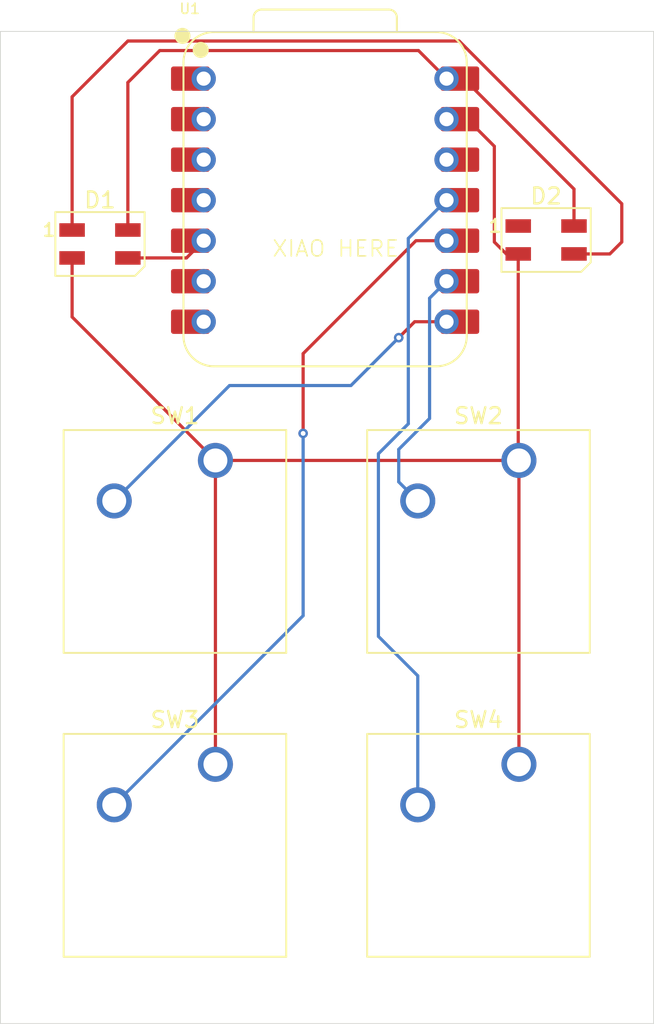
<source format=kicad_pcb>
(kicad_pcb (version 20241229) (generator "pcbnew") (generator_version "9.0")
  (layers (0 "F.Cu" signal) (2 "B.Cu" signal) (13 "F.Paste" user) (15 "B.Paste" user) (5 "F.SilkS" user "F.Silkscreen") (7 "B.SilkS" user "B.Silkscreen") (1 "F.Mask" user) (3 "B.Mask" user) (25 "Edge.Cuts" user))
  (net 0 "")
  (net 1 "+5V")
  (net 2 "GND")
  (net 3 "Net-(D1-DIN)")
  (net 4 "Net-(D1-DOUT)")
  (net 6 "Net-(U1-GPIO1{slash}RX)")
  (net 7 "Net-(U1-GPIO2{slash}SCK)")
  (net 8 "Net-(U1-GPIO4{slash}MISO)")
  (net 9 "Net-(U1-GPIO3{slash}MOSI)")
  (footprint "Button_Switch_Keyboard:SW_Cherry_MX_1.00u_PCB" (layer "F.Cu") (at 150.495 118.745)
    (property "Reference" "SW3" (at -2.54 -2.794 0) (layer "F.SilkS"))
    (property "Value" "SW_Push")
    (fp_line (start -9.525 -1.905) (end 4.445 -1.905) (stroke (width 0.12)) (layer "F.SilkS"))
    (fp_line (start -9.525 12.065) (end -9.525 -1.905) (stroke (width 0.12)) (layer "F.SilkS"))
    (fp_line (start 4.445 -1.905) (end 4.445 12.065) (stroke (width 0.12)) (layer "F.SilkS"))
    (fp_line (start 4.445 12.065) (end -9.525 12.065) (stroke (width 0.12)) (layer "F.SilkS"))
    (pad "" np_thru_hole circle (at -7.62 5.08) (size 1.7 1.7) (drill 1.7) (layers "*.Cu" "*.Mask"))
    (pad "" np_thru_hole circle (at -2.54 5.08) (size 4 4) (drill 4) (layers "*.Cu" "*.Mask"))
    (pad "" np_thru_hole circle (at 2.54 5.08) (size 1.7 1.7) (drill 1.7) (layers "*.Cu" "*.Mask"))
    (pad "1" thru_hole circle (at 0 0) (size 2.2 2.2) (drill 1.5) (layers "*.Cu" "*.Mask") (net 2 "GND"))
    (pad "2" thru_hole circle (at -6.35 2.54) (size 2.2 2.2) (drill 1.5) (layers "*.Cu" "*.Mask") (net 8 "Net-(U1-GPIO4{slash}MISO)"))
  )
  (footprint "OPL:XIAO-RP2040-DIP" (layer "F.Cu") (at 157.38 83.38)
    (property "Reference" "U1" (at -8.5 -12 0) (layer "F.SilkS") (effects (font (size 0.635 0.635) (thickness 0.1016))))
    (property "Value" "XIAO-RP2040-DIP")
    (fp_line (start -8.89 8.509) (end -8.89 -8.636) (stroke (width 0.127)) (layer "F.SilkS"))
    (fp_line (start -6.985 10.414) (end 6.985 10.414) (stroke (width 0.127)) (layer "F.SilkS"))
    (fp_line (start -4.495 -10.541) (end -4.491272 -11.451272) (stroke (width 0.127)) (layer "F.SilkS"))
    (fp_line (start -3.991272 -11.951) (end 4.004 -11.951) (stroke (width 0.127)) (layer "F.SilkS"))
    (fp_line (start 4.504 -11.451) (end 4.504 -10.541) (stroke (width 0.127)) (layer "F.SilkS"))
    (fp_line (start 6.985 -10.541) (end -6.985 -10.541) (stroke (width 0.1)) (layer "F.SilkS"))
    (fp_line (start 6.985 -10.541) (end -6.985 -10.541) (stroke (width 0.127)) (layer "F.SilkS"))
    (fp_line (start 8.89 8.509) (end 8.89 -8.636) (stroke (width 0.127)) (layer "F.SilkS"))
    (fp_arc (start -8.89 -8.636) (mid -8.332038 -9.983038) (end -6.985 -10.541) (stroke (width 0.127)) (layer "F.SilkS"))
    (fp_arc (start -6.985 10.414) (mid -8.332038 9.856038) (end -8.89 8.509) (stroke (width 0.127)) (layer "F.SilkS"))
    (fp_arc (start -4.491272 -11.451272) (mid -4.344728 -11.80464) (end -3.991272 -11.951) (stroke (width 0.127)) (layer "F.SilkS"))
    (fp_arc (start 4.004 -11.951) (mid 4.357553 -11.804553) (end 4.504 -11.451) (stroke (width 0.127)) (layer "F.SilkS"))
    (fp_arc (start 6.985 -10.541) (mid 8.332038 -9.983038) (end 8.89 -8.636) (stroke (width 0.127)) (layer "F.SilkS"))
    (fp_arc (start 8.89 8.509) (mid 8.332038 9.856038) (end 6.985 10.414) (stroke (width 0.127)) (layer "F.SilkS"))
    (fp_circle (center -8.95 -10.3) (end -8.95 -10.554) (stroke (width 0.5)) (fill yes) (layer "F.SilkS"))
    (fp_circle (center -7.807 -9.42) (end -7.807 -9.674) (stroke (width 0.5)) (fill yes) (layer "F.SilkS"))
    (pad "1" smd roundrect (at -8.455 -7.62 180) (size 2.432 1.524) (layers "F.Cu" "F.Mask") (roundrect_rratio 0.1))
    (pad "1" thru_hole circle (at -7.62 -7.62 180) (size 1.524 1.524) (drill 0.889) (layers "*.Cu" "*.Mask"))
    (pad "2" smd roundrect (at -8.455 -5.08 180) (size 2.432 1.524) (layers "F.Cu" "F.Mask") (roundrect_rratio 0.1))
    (pad "2" thru_hole circle (at -7.62 -5.08 180) (size 1.524 1.524) (drill 0.889) (layers "*.Cu" "*.Mask"))
    (pad "3" smd roundrect (at -8.455 -2.54 180) (size 2.432 1.524) (layers "F.Cu" "F.Mask") (roundrect_rratio 0.1))
    (pad "3" thru_hole circle (at -7.62 -2.54 180) (size 1.524 1.524) (drill 0.889) (layers "*.Cu" "*.Mask"))
    (pad "4" smd roundrect (at -8.455 0 180) (size 2.432 1.524) (layers "F.Cu" "F.Mask") (roundrect_rratio 0.1))
    (pad "4" thru_hole circle (at -7.62 0 180) (size 1.524 1.524) (drill 0.889) (layers "*.Cu" "*.Mask"))
    (pad "5" smd roundrect (at -8.455 2.54 180) (size 2.432 1.524) (layers "F.Cu" "F.Mask") (roundrect_rratio 0.1) (net 3 "Net-(D1-DIN)"))
    (pad "5" thru_hole circle (at -7.62 2.54 180) (size 1.524 1.524) (drill 0.889) (layers "*.Cu" "*.Mask") (net 3 "Net-(D1-DIN)"))
    (pad "6" smd roundrect (at -8.455 5.08 180) (size 2.432 1.524) (layers "F.Cu" "F.Mask") (roundrect_rratio 0.1))
    (pad "6" thru_hole circle (at -7.62 5.08 180) (size 1.524 1.524) (drill 0.889) (layers "*.Cu" "*.Mask"))
    (pad "7" smd roundrect (at -8.455 7.62 180) (size 2.432 1.524) (layers "F.Cu" "F.Mask") (roundrect_rratio 0.1))
    (pad "7" thru_hole circle (at -7.62 7.62 180) (size 1.524 1.524) (drill 0.889) (layers "*.Cu" "*.Mask"))
    (pad "8" thru_hole circle (at 7.62 7.62) (size 1.524 1.524) (drill 0.889) (layers "*.Cu" "*.Mask") (net 6 "Net-(U1-GPIO1{slash}RX)"))
    (pad "8" smd roundrect (at 8.455 7.62) (size 2.432 1.524) (layers "F.Cu" "F.Mask") (roundrect_rratio 0.1) (net 6 "Net-(U1-GPIO1{slash}RX)"))
    (pad "9" thru_hole circle (at 7.62 5.08) (size 1.524 1.524) (drill 0.889) (layers "*.Cu" "*.Mask") (net 7 "Net-(U1-GPIO2{slash}SCK)"))
    (pad "9" smd roundrect (at 8.455 5.08) (size 2.432 1.524) (layers "F.Cu" "F.Mask") (roundrect_rratio 0.1) (net 7 "Net-(U1-GPIO2{slash}SCK)"))
    (pad "10" thru_hole circle (at 7.62 2.54) (size 1.524 1.524) (drill 0.889) (layers "*.Cu" "*.Mask") (net 8 "Net-(U1-GPIO4{slash}MISO)"))
    (pad "10" smd roundrect (at 8.455 2.54) (size 2.432 1.524) (layers "F.Cu" "F.Mask") (roundrect_rratio 0.1) (net 8 "Net-(U1-GPIO4{slash}MISO)"))
    (pad "11" thru_hole circle (at 7.62 0) (size 1.524 1.524) (drill 0.889) (layers "*.Cu" "*.Mask") (net 9 "Net-(U1-GPIO3{slash}MOSI)"))
    (pad "11" smd roundrect (at 8.455 0) (size 2.432 1.524) (layers "F.Cu" "F.Mask") (roundrect_rratio 0.1) (net 9 "Net-(U1-GPIO3{slash}MOSI)"))
    (pad "12" thru_hole circle (at 7.62 -2.54) (size 1.524 1.524) (drill 0.889) (layers "*.Cu" "*.Mask"))
    (pad "12" smd roundrect (at 8.455 -2.54) (size 2.432 1.524) (layers "F.Cu" "F.Mask") (roundrect_rratio 0.1))
    (pad "13" thru_hole circle (at 7.62 -5.08) (size 1.524 1.524) (drill 0.889) (layers "*.Cu" "*.Mask") (net 2 "GND"))
    (pad "13" smd roundrect (at 8.455 -5.08) (size 2.432 1.524) (layers "F.Cu" "F.Mask") (roundrect_rratio 0.1) (net 2 "GND"))
    (pad "14" thru_hole circle (at 7.62 -7.62) (size 1.524 1.524) (drill 0.889) (layers "*.Cu" "*.Mask") (net 1 "+5V"))
    (pad "14" smd roundrect (at 8.455 -7.62) (size 2.432 1.524) (layers "F.Cu" "F.Mask") (roundrect_rratio 0.1) (net 1 "+5V"))
  )
  (footprint "LED_SMD:LED_SK6812MINI_PLCC4_3.5x3.5mm_P1.75mm" (layer "F.Cu") (at 171.25 85.875)
    (property "Reference" "D2" (at 0 -2.75 0) (layer "F.SilkS"))
    (property "Value" "SK6812MINI")
    (fp_line (start -2.8 -2) (end -2.8 2) (stroke (width 0.12)) (layer "F.SilkS"))
    (fp_line (start -2.8 -2) (end 2.8 -2) (stroke (width 0.12)) (layer "F.SilkS"))
    (fp_line (start -2.8 2) (end 2.2 2) (stroke (width 0.12)) (layer "F.SilkS"))
    (fp_line (start 2.8 1.4) (end 2.2 2) (stroke (width 0.12)) (layer "F.SilkS"))
    (fp_line (start 2.8 1.4) (end 2.8 -2) (stroke (width 0.12)) (layer "F.SilkS"))
    (fp_text user "1" (at -3.2 -0.875 0) (layer "F.SilkS") (effects (font (size 0.8 0.8))))
    (pad "1" smd rect (at -1.75 -0.875) (size 1.6 0.85) (layers "F.Cu" "F.Mask" "F.Paste"))
    (pad "2" smd rect (at -1.75 0.875) (size 1.6 0.85) (layers "F.Cu" "F.Mask" "F.Paste") (net 2 "GND"))
    (pad "3" smd rect (at 1.75 0.875) (size 1.6 0.85) (layers "F.Cu" "F.Mask" "F.Paste") (net 4 "Net-(D1-DOUT)"))
    (pad "4" smd rect (at 1.75 -0.875) (size 1.6 0.85) (layers "F.Cu" "F.Mask" "F.Paste") (net 1 "+5V"))
  )
  (footprint "LED_SMD:LED_SK6812MINI_PLCC4_3.5x3.5mm_P1.75mm" (layer "F.Cu") (at 143.25 86.125)
    (property "Reference" "D1" (at 0 -2.75 0) (layer "F.SilkS"))
    (property "Value" "SK6812MINI")
    (fp_line (start -2.8 -2) (end -2.8 2) (stroke (width 0.12)) (layer "F.SilkS"))
    (fp_line (start -2.8 -2) (end 2.8 -2) (stroke (width 0.12)) (layer "F.SilkS"))
    (fp_line (start -2.8 2) (end 2.2 2) (stroke (width 0.12)) (layer "F.SilkS"))
    (fp_line (start 2.8 1.4) (end 2.2 2) (stroke (width 0.12)) (layer "F.SilkS"))
    (fp_line (start 2.8 1.4) (end 2.8 -2) (stroke (width 0.12)) (layer "F.SilkS"))
    (fp_text user "1" (at -3.2 -0.875 0) (layer "F.SilkS") (effects (font (size 0.8 0.8))))
    (pad "1" smd rect (at -1.75 -0.875) (size 1.6 0.85) (layers "F.Cu" "F.Mask" "F.Paste") (net 4 "Net-(D1-DOUT)"))
    (pad "2" smd rect (at -1.75 0.875) (size 1.6 0.85) (layers "F.Cu" "F.Mask" "F.Paste") (net 2 "GND"))
    (pad "3" smd rect (at 1.75 0.875) (size 1.6 0.85) (layers "F.Cu" "F.Mask" "F.Paste") (net 3 "Net-(D1-DIN)"))
    (pad "4" smd rect (at 1.75 -0.875) (size 1.6 0.85) (layers "F.Cu" "F.Mask" "F.Paste") (net 1 "+5V"))
  )
  (footprint "Button_Switch_Keyboard:SW_Cherry_MX_1.00u_PCB" (layer "F.Cu") (at 169.545 118.745)
    (property "Reference" "SW4" (at -2.54 -2.794 0) (layer "F.SilkS"))
    (property "Value" "SW_Push")
    (fp_line (start -9.525 -1.905) (end 4.445 -1.905) (stroke (width 0.12)) (layer "F.SilkS"))
    (fp_line (start -9.525 12.065) (end -9.525 -1.905) (stroke (width 0.12)) (layer "F.SilkS"))
    (fp_line (start 4.445 -1.905) (end 4.445 12.065) (stroke (width 0.12)) (layer "F.SilkS"))
    (fp_line (start 4.445 12.065) (end -9.525 12.065) (stroke (width 0.12)) (layer "F.SilkS"))
    (pad "" np_thru_hole circle (at -7.62 5.08) (size 1.7 1.7) (drill 1.7) (layers "*.Cu" "*.Mask"))
    (pad "" np_thru_hole circle (at -2.54 5.08) (size 4 4) (drill 4) (layers "*.Cu" "*.Mask"))
    (pad "" np_thru_hole circle (at 2.54 5.08) (size 1.7 1.7) (drill 1.7) (layers "*.Cu" "*.Mask"))
    (pad "1" thru_hole circle (at 0 0) (size 2.2 2.2) (drill 1.5) (layers "*.Cu" "*.Mask") (net 2 "GND"))
    (pad "2" thru_hole circle (at -6.35 2.54) (size 2.2 2.2) (drill 1.5) (layers "*.Cu" "*.Mask") (net 9 "Net-(U1-GPIO3{slash}MOSI)"))
  )
  (footprint "Button_Switch_Keyboard:SW_Cherry_MX_1.00u_PCB" (layer "F.Cu") (at 169.545 99.695)
    (property "Reference" "SW2" (at -2.54 -2.794 0) (layer "F.SilkS"))
    (property "Value" "SW_Push")
    (fp_line (start -9.525 -1.905) (end 4.445 -1.905) (stroke (width 0.12)) (layer "F.SilkS"))
    (fp_line (start -9.525 12.065) (end -9.525 -1.905) (stroke (width 0.12)) (layer "F.SilkS"))
    (fp_line (start 4.445 -1.905) (end 4.445 12.065) (stroke (width 0.12)) (layer "F.SilkS"))
    (fp_line (start 4.445 12.065) (end -9.525 12.065) (stroke (width 0.12)) (layer "F.SilkS"))
    (pad "" np_thru_hole circle (at -7.62 5.08) (size 1.7 1.7) (drill 1.7) (layers "*.Cu" "*.Mask"))
    (pad "" np_thru_hole circle (at -2.54 5.08) (size 4 4) (drill 4) (layers "*.Cu" "*.Mask"))
    (pad "" np_thru_hole circle (at 2.54 5.08) (size 1.7 1.7) (drill 1.7) (layers "*.Cu" "*.Mask"))
    (pad "1" thru_hole circle (at 0 0) (size 2.2 2.2) (drill 1.5) (layers "*.Cu" "*.Mask") (net 2 "GND"))
    (pad "2" thru_hole circle (at -6.35 2.54) (size 2.2 2.2) (drill 1.5) (layers "*.Cu" "*.Mask") (net 7 "Net-(U1-GPIO2{slash}SCK)"))
  )
  (footprint "Button_Switch_Keyboard:SW_Cherry_MX_1.00u_PCB" (layer "F.Cu") (at 150.495 99.695)
    (property "Reference" "SW1" (at -2.54 -2.794 0) (layer "F.SilkS"))
    (property "Value" "SW_Push")
    (fp_line (start -9.525 -1.905) (end 4.445 -1.905) (stroke (width 0.12)) (layer "F.SilkS"))
    (fp_line (start -9.525 12.065) (end -9.525 -1.905) (stroke (width 0.12)) (layer "F.SilkS"))
    (fp_line (start 4.445 -1.905) (end 4.445 12.065) (stroke (width 0.12)) (layer "F.SilkS"))
    (fp_line (start 4.445 12.065) (end -9.525 12.065) (stroke (width 0.12)) (layer "F.SilkS"))
    (pad "" np_thru_hole circle (at -7.62 5.08) (size 1.7 1.7) (drill 1.7) (layers "*.Cu" "*.Mask"))
    (pad "" np_thru_hole circle (at -2.54 5.08) (size 4 4) (drill 4) (layers "*.Cu" "*.Mask"))
    (pad "" np_thru_hole circle (at 2.54 5.08) (size 1.7 1.7) (drill 1.7) (layers "*.Cu" "*.Mask"))
    (pad "1" thru_hole circle (at 0 0) (size 2.2 2.2) (drill 1.5) (layers "*.Cu" "*.Mask") (net 2 "GND"))
    (pad "2" thru_hole circle (at -6.35 2.54) (size 2.2 2.2) (drill 1.5) (layers "*.Cu" "*.Mask") (net 6 "Net-(U1-GPIO1{slash}RX)"))
  )
  (gr_rect (start 137 72.8) (end 178 135) (stroke (width 0.05)) (fill no) (layer "Edge.Cuts"))
  (gr_text "XIAO HERE" (at 154 87 0) (layer "F.SilkS") (effects (font (size 1 1) (thickness 0.1)) (justify left bottom)))
  (segment (start 165 75.76) (end 163.24 74) (width 0.2) (layer "F.Cu") (net 1))
  (segment (start 145 76) (end 145 85.25) (width 0.2) (layer "F.Cu") (net 1))
  (segment (start 163.24 74) (end 147 74) (width 0.2) (layer "F.Cu") (net 1))
  (segment (start 165 75.76) (end 166.07763 75.76) (width 0.2) (layer "F.Cu") (net 1))
  (segment (start 166.07763 75.76) (end 173 82.68237) (width 0.2) (layer "F.Cu") (net 1))
  (segment (start 173 82.68237) (end 173 85) (width 0.2) (layer "F.Cu") (net 1))
  (segment (start 165 75.76) (end 165.835 75.76) (width 0.2) (layer "F.Cu") (net 1))
  (segment (start 147 74) (end 145 76) (width 0.2) (layer "F.Cu") (net 1))
  (segment (start 141.5 90.7) (end 150.495 99.695) (width 0.2) (layer "F.Cu") (net 2))
  (segment (start 168.75 86.75) (end 169.5 86.75) (width 0.2) (layer "F.Cu") (net 2))
  (segment (start 168 86) (end 168.75 86.75) (width 0.2) (layer "F.Cu") (net 2))
  (segment (start 169.5 86.75) (end 169.5 99.65) (width 0.2) (layer "F.Cu") (net 2))
  (segment (start 166.3 78.3) (end 168 80) (width 0.2) (layer "F.Cu") (net 2))
  (segment (start 169.5 99.65) (end 169.545 99.695) (width 0.2) (layer "F.Cu") (net 2))
  (segment (start 165 78.3) (end 166.3 78.3) (width 0.2) (layer "F.Cu") (net 2))
  (segment (start 150.495 99.695) (end 169.545 99.695) (width 0.2) (layer "F.Cu") (net 2))
  (segment (start 168 80) (end 168 86) (width 0.2) (layer "F.Cu") (net 2))
  (segment (start 141.5 87) (end 141.5 90.7) (width 0.2) (layer "F.Cu") (net 2))
  (segment (start 169.545 99.695) (end 169.545 118.745) (width 0.2) (layer "F.Cu") (net 2))
  (segment (start 150.495 99.695) (end 150.495 118.745) (width 0.2) (layer "F.Cu") (net 2))
  (segment (start 148.68 87) (end 149.76 85.92) (width 0.2) (layer "F.Cu") (net 3))
  (segment (start 145 87) (end 148.68 87) (width 0.2) (layer "F.Cu") (net 3))
  (segment (start 145 73.401) (end 141.5 76.901) (width 0.2) (layer "F.Cu") (net 4))
  (segment (start 141.5 76.901) (end 141.5 85.25) (width 0.2) (layer "F.Cu") (net 4))
  (segment (start 176 86) (end 176 83.606374) (width 0.2) (layer "F.Cu") (net 4))
  (segment (start 173 86.75) (end 175.25 86.75) (width 0.2) (layer "F.Cu") (net 4))
  (segment (start 176 83.606374) (end 165.794626 73.401) (width 0.2) (layer "F.Cu") (net 4))
  (segment (start 175.25 86.75) (end 176 86) (width 0.2) (layer "F.Cu") (net 4))
  (segment (start 165.794626 73.401) (end 145 73.401) (width 0.2) (layer "F.Cu") (net 4))
  (segment (start 163 91) (end 165.835 91) (width 0.2) (layer "F.Cu") (net 6))
  (segment (start 162 92) (end 163 91) (width 0.2) (layer "F.Cu") (net 6))
  (via (at 162 92) (size 0.6) (drill 0.3) (layers "F.Cu" "B.Cu") (net 6))
  (segment (start 159 95) (end 151.38 95) (width 0.2) (layer "B.Cu") (net 6))
  (segment (start 162 92) (end 159 95) (width 0.2) (layer "B.Cu") (net 6))
  (segment (start 151.38 95) (end 144.145 102.235) (width 0.2) (layer "B.Cu") (net 6))
  (segment (start 163.937 97.063) (end 162 99) (width 0.2) (layer "B.Cu") (net 7))
  (segment (start 162 99) (end 162 101.04) (width 0.2) (layer "B.Cu") (net 7))
  (segment (start 162 101.04) (end 163.195 102.235) (width 0.2) (layer "B.Cu") (net 7))
  (segment (start 163.937 89.523) (end 163.937 97.063) (width 0.2) (layer "B.Cu") (net 7))
  (segment (start 165 88.46) (end 163.937 89.523) (width 0.2) (layer "B.Cu") (net 7))
  (segment (start 165 85.92) (end 163.08 85.92) (width 0.2) (layer "F.Cu") (net 8))
  (segment (start 156 93) (end 156 98) (width 0.2) (layer "F.Cu") (net 8))
  (segment (start 163.08 85.92) (end 156 93) (width 0.2) (layer "F.Cu") (net 8))
  (via (at 156 98) (size 0.6) (drill 0.3) (layers "F.Cu" "B.Cu") (net 8))
  (segment (start 156 109.43) (end 144.145 121.285) (width 0.2) (layer "B.Cu") (net 8))
  (segment (start 156 98) (end 156 109.43) (width 0.2) (layer "B.Cu") (net 8))
  (segment (start 160.724 110.724) (end 163.195 113.195) (width 0.2) (layer "B.Cu") (net 9))
  (segment (start 165 83.38) (end 162.601 85.779) (width 0.2) (layer "B.Cu") (net 9))
  (segment (start 162.601 97.399) (end 160.724 99.276) (width 0.2) (layer "B.Cu") (net 9))
  (segment (start 162.601 85.779) (end 162.601 97.399) (width 0.2) (layer "B.Cu") (net 9))
  (segment (start 163.195 113.195) (end 163.195 121.285) (width 0.2) (layer "B.Cu") (net 9))
  (segment (start 160.724 99.276) (end 160.724 110.724) (width 0.2) (layer "B.Cu") (net 9))
)
</source>
